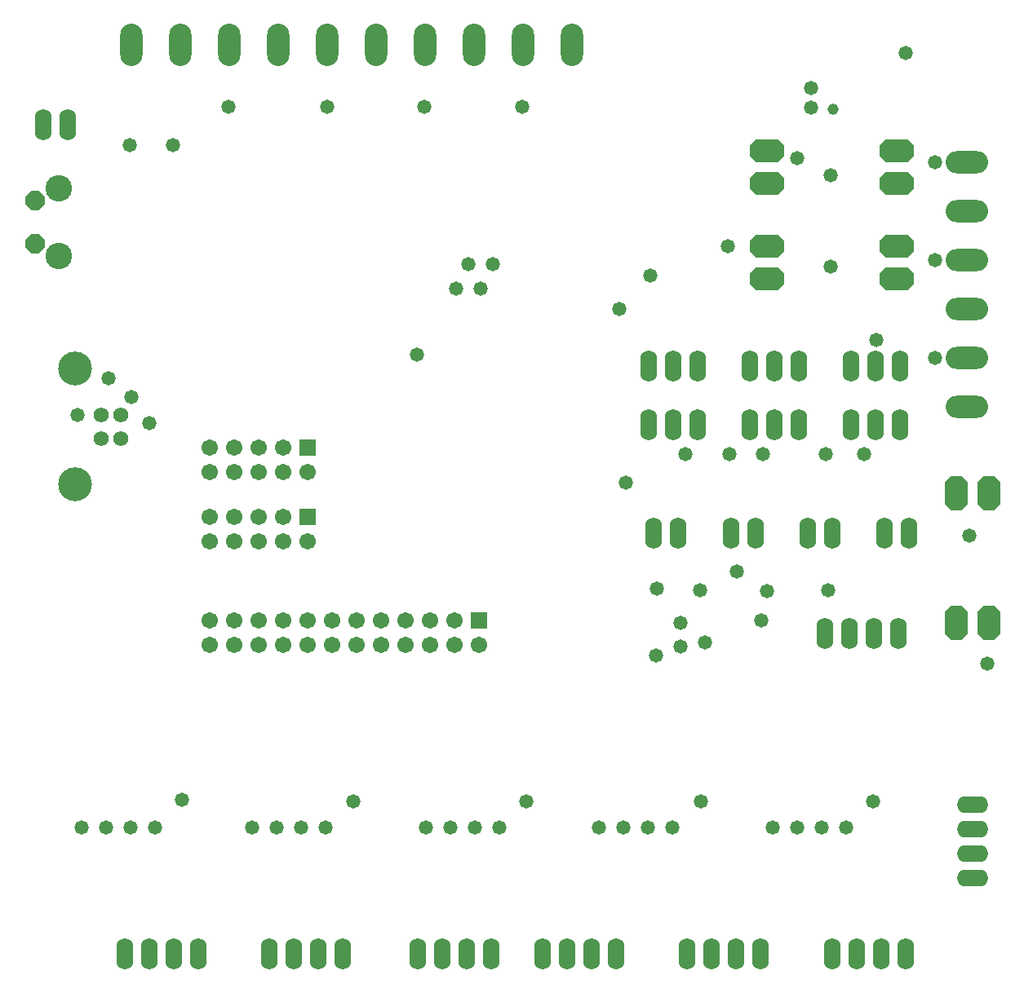
<source format=gbs>
G04 Layer_Color=16711935*
%FSLAX24Y24*%
%MOIN*%
G70*
G01*
G75*
%ADD189C,0.0580*%
%ADD230R,0.0671X0.0671*%
%ADD231C,0.0671*%
%ADD232O,0.0680X0.1280*%
G04:AMPARAMS|DCode=233|XSize=141mil|YSize=91mil|CornerRadius=0mil|HoleSize=0mil|Usage=FLASHONLY|Rotation=180.000|XOffset=0mil|YOffset=0mil|HoleType=Round|Shape=Octagon|*
%AMOCTAGOND233*
4,1,8,-0.0705,0.0228,-0.0705,-0.0228,-0.0478,-0.0455,0.0478,-0.0455,0.0705,-0.0228,0.0705,0.0228,0.0478,0.0455,-0.0478,0.0455,-0.0705,0.0228,0.0*
%
%ADD233OCTAGOND233*%

G04:AMPARAMS|DCode=234|XSize=141mil|YSize=91mil|CornerRadius=0mil|HoleSize=0mil|Usage=FLASHONLY|Rotation=270.000|XOffset=0mil|YOffset=0mil|HoleType=Round|Shape=Octagon|*
%AMOCTAGOND234*
4,1,8,-0.0228,-0.0705,0.0228,-0.0705,0.0455,-0.0478,0.0455,0.0478,0.0228,0.0705,-0.0228,0.0705,-0.0455,0.0478,-0.0455,-0.0478,-0.0228,-0.0705,0.0*
%
%ADD234OCTAGOND234*%

%ADD235O,0.0905X0.1730*%
%ADD236C,0.1385*%
%ADD237C,0.0620*%
%ADD238C,0.1080*%
%ADD239P,0.0844X8X292.5*%
%ADD240O,0.1730X0.0905*%
%ADD241O,0.1280X0.0680*%
%ADD242C,0.0580*%
%ADD243C,0.0460*%
D189*
X27250Y14000D02*
D03*
X18090Y28630D02*
D03*
X18590Y29630D02*
D03*
X19090Y28630D02*
D03*
X19580Y29630D02*
D03*
X16460Y25930D02*
D03*
X4820Y24200D02*
D03*
X3860Y24990D02*
D03*
X24750Y27820D02*
D03*
X33010Y6620D02*
D03*
X25921D02*
D03*
X11744D02*
D03*
X4776D02*
D03*
X34010D02*
D03*
X26921D02*
D03*
X12744D02*
D03*
X5776D02*
D03*
X32010D02*
D03*
X24921D02*
D03*
X10744D02*
D03*
X3776D02*
D03*
X31010D02*
D03*
X23921D02*
D03*
X9744D02*
D03*
X2776D02*
D03*
X18835D02*
D03*
X19835D02*
D03*
X16835D02*
D03*
X17835D02*
D03*
X35226Y26545D02*
D03*
X33290Y16300D02*
D03*
X30760Y16270D02*
D03*
X35120Y7680D02*
D03*
X28070D02*
D03*
X13860D02*
D03*
X6870Y7730D02*
D03*
X20790Y36060D02*
D03*
X16770D02*
D03*
X12800D02*
D03*
X8780D02*
D03*
X33180Y21880D02*
D03*
X29240D02*
D03*
X25020Y20700D02*
D03*
X34730Y21880D02*
D03*
X30610D02*
D03*
X27440D02*
D03*
X29550Y17060D02*
D03*
X28250Y14190D02*
D03*
X27250Y14970D02*
D03*
X26270Y16390D02*
D03*
X28050Y16310D02*
D03*
X20940Y7670D02*
D03*
X30550Y15060D02*
D03*
X26250Y13655D02*
D03*
X36450Y38280D02*
D03*
X26020Y29160D02*
D03*
X4750Y34500D02*
D03*
X37628Y33825D02*
D03*
X32020Y33970D02*
D03*
X37628Y29813D02*
D03*
X29160Y30380D02*
D03*
X37628Y25820D02*
D03*
X39764Y13307D02*
D03*
X6500Y34500D02*
D03*
X5541Y23140D02*
D03*
X2618Y23474D02*
D03*
X39035Y18533D02*
D03*
X33386Y33278D02*
D03*
Y29537D02*
D03*
D230*
X19010Y15060D02*
D03*
X12010Y19300D02*
D03*
Y22150D02*
D03*
D231*
X19010Y14060D02*
D03*
X18010Y15060D02*
D03*
Y14060D02*
D03*
X17010Y15060D02*
D03*
Y14060D02*
D03*
X16010Y15060D02*
D03*
Y14060D02*
D03*
X15010Y15060D02*
D03*
Y14060D02*
D03*
X14010Y15060D02*
D03*
Y14060D02*
D03*
X13010Y15060D02*
D03*
Y14060D02*
D03*
X12010Y15060D02*
D03*
Y14060D02*
D03*
X11010Y15060D02*
D03*
Y14060D02*
D03*
X10010Y15060D02*
D03*
Y14060D02*
D03*
X9010Y15060D02*
D03*
Y14060D02*
D03*
X8010Y15060D02*
D03*
Y14060D02*
D03*
Y18300D02*
D03*
Y19300D02*
D03*
X9010Y18300D02*
D03*
Y19300D02*
D03*
X10010Y18300D02*
D03*
Y19300D02*
D03*
X11010Y18300D02*
D03*
Y19300D02*
D03*
X12010Y18300D02*
D03*
X8010Y21150D02*
D03*
Y22150D02*
D03*
X9010Y21150D02*
D03*
Y22150D02*
D03*
X10010Y21150D02*
D03*
Y22150D02*
D03*
X11010Y21150D02*
D03*
Y22150D02*
D03*
X12010Y21150D02*
D03*
D232*
X1200Y35350D02*
D03*
X2200D02*
D03*
X32085Y25490D02*
D03*
X31085D02*
D03*
X30085D02*
D03*
X34220D02*
D03*
X35220D02*
D03*
X36220D02*
D03*
X27950D02*
D03*
X26950D02*
D03*
X25950D02*
D03*
X36220Y23090D02*
D03*
X35220D02*
D03*
X34220D02*
D03*
X30085D02*
D03*
X31085D02*
D03*
X32085D02*
D03*
X27950D02*
D03*
X26950D02*
D03*
X25950D02*
D03*
X21600Y1450D02*
D03*
X22600D02*
D03*
X23600D02*
D03*
X24600D02*
D03*
X16500D02*
D03*
X17500D02*
D03*
X18500D02*
D03*
X19500D02*
D03*
X26130Y18630D02*
D03*
X27130D02*
D03*
X29300D02*
D03*
X30300D02*
D03*
X32450D02*
D03*
X33450D02*
D03*
X35580D02*
D03*
X36580D02*
D03*
X33150Y14550D02*
D03*
X34150D02*
D03*
X35150D02*
D03*
X36150D02*
D03*
X7550Y1450D02*
D03*
X6550D02*
D03*
X5550D02*
D03*
X4550D02*
D03*
X13450D02*
D03*
X12450D02*
D03*
X11450D02*
D03*
X10450D02*
D03*
X30500D02*
D03*
X29500D02*
D03*
X28500D02*
D03*
X27500D02*
D03*
X36450D02*
D03*
X35450D02*
D03*
X34450D02*
D03*
X33450D02*
D03*
D233*
X30760Y32930D02*
D03*
Y34270D02*
D03*
X36060D02*
D03*
Y32930D02*
D03*
X30760Y29030D02*
D03*
Y30370D02*
D03*
X36060D02*
D03*
Y29030D02*
D03*
D234*
X39843Y20288D02*
D03*
X38503D02*
D03*
Y14988D02*
D03*
X39843D02*
D03*
D235*
X4800Y38620D02*
D03*
X6800D02*
D03*
X8800D02*
D03*
X10800D02*
D03*
X12800D02*
D03*
X14800D02*
D03*
X16800D02*
D03*
X18800D02*
D03*
X20800D02*
D03*
X22800D02*
D03*
D236*
X2500Y20630D02*
D03*
Y25362D02*
D03*
D237*
X3570Y22500D02*
D03*
Y23492D02*
D03*
X4360D02*
D03*
Y22500D02*
D03*
D238*
X1840Y29970D02*
D03*
Y32730D02*
D03*
D239*
X860Y30460D02*
D03*
Y32240D02*
D03*
D240*
X38950Y29825D02*
D03*
Y31825D02*
D03*
Y33825D02*
D03*
Y27825D02*
D03*
Y25825D02*
D03*
Y23825D02*
D03*
D241*
X39180Y7550D02*
D03*
Y6550D02*
D03*
Y5550D02*
D03*
Y4550D02*
D03*
D242*
X32579Y36850D02*
D03*
X32559Y36053D02*
D03*
D243*
X33470Y35960D02*
D03*
M02*

</source>
